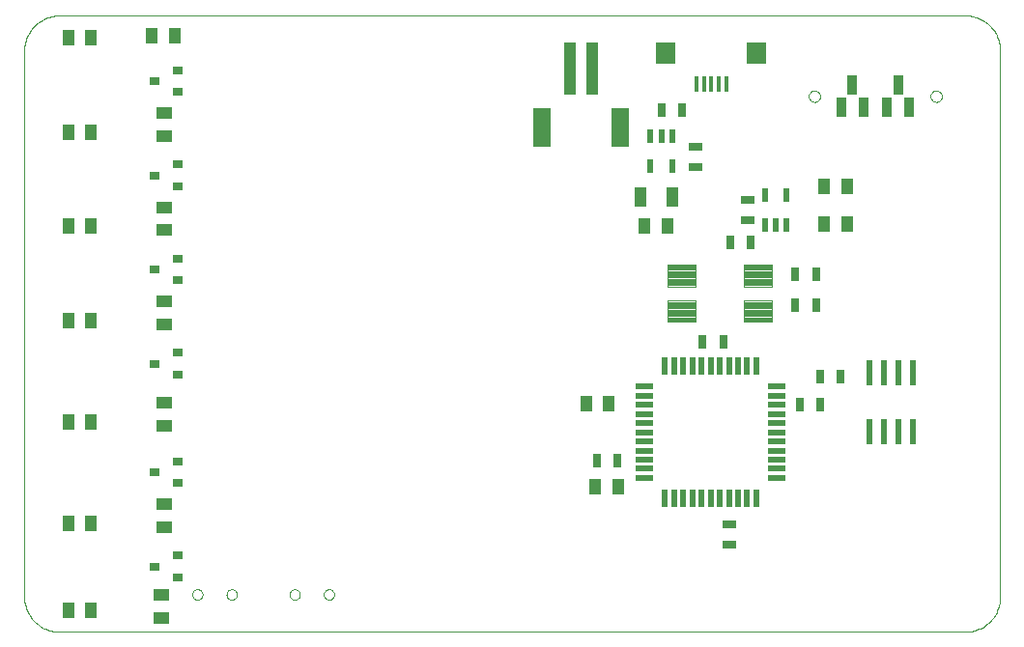
<source format=gtp>
G75*
G70*
%OFA0B0*%
%FSLAX24Y24*%
%IPPOS*%
%LPD*%
%AMOC8*
5,1,8,0,0,1.08239X$1,22.5*
%
%ADD10C,0.0001*%
%ADD11R,0.0217X0.0472*%
%ADD12R,0.0315X0.0472*%
%ADD13R,0.0472X0.0315*%
%ADD14R,0.0394X0.0709*%
%ADD15R,0.0394X0.1811*%
%ADD16R,0.0630X0.1339*%
%ADD17R,0.0433X0.0551*%
%ADD18R,0.0354X0.0315*%
%ADD19R,0.0551X0.0433*%
%ADD20C,0.0039*%
%ADD21R,0.0236X0.0866*%
%ADD22C,0.0000*%
%ADD23R,0.0591X0.0197*%
%ADD24R,0.0197X0.0591*%
%ADD25R,0.0138X0.0551*%
%ADD26R,0.0709X0.0748*%
%ADD27R,0.0354X0.0669*%
D10*
X001323Y000141D02*
X032622Y000141D01*
X032688Y000143D01*
X032754Y000148D01*
X032820Y000158D01*
X032885Y000171D01*
X032949Y000187D01*
X033012Y000207D01*
X033074Y000231D01*
X033134Y000258D01*
X033193Y000288D01*
X033250Y000322D01*
X033305Y000359D01*
X033358Y000399D01*
X033409Y000441D01*
X033457Y000487D01*
X033503Y000535D01*
X033545Y000586D01*
X033585Y000639D01*
X033622Y000694D01*
X033656Y000751D01*
X033686Y000810D01*
X033713Y000870D01*
X033737Y000932D01*
X033757Y000995D01*
X033773Y001059D01*
X033786Y001124D01*
X033796Y001190D01*
X033801Y001256D01*
X033803Y001322D01*
X033803Y020220D01*
X033801Y020286D01*
X033796Y020352D01*
X033786Y020418D01*
X033773Y020483D01*
X033757Y020547D01*
X033737Y020610D01*
X033713Y020672D01*
X033686Y020732D01*
X033656Y020791D01*
X033622Y020848D01*
X033585Y020903D01*
X033545Y020956D01*
X033503Y021007D01*
X033457Y021055D01*
X033409Y021101D01*
X033358Y021143D01*
X033305Y021183D01*
X033250Y021220D01*
X033193Y021254D01*
X033134Y021284D01*
X033074Y021311D01*
X033012Y021335D01*
X032949Y021355D01*
X032885Y021371D01*
X032820Y021384D01*
X032754Y021394D01*
X032688Y021399D01*
X032622Y021401D01*
X001323Y021401D01*
X001257Y021399D01*
X001191Y021394D01*
X001125Y021384D01*
X001060Y021371D01*
X000996Y021355D01*
X000933Y021335D01*
X000871Y021311D01*
X000811Y021284D01*
X000752Y021254D01*
X000695Y021220D01*
X000640Y021183D01*
X000587Y021143D01*
X000536Y021101D01*
X000488Y021055D01*
X000442Y021007D01*
X000400Y020956D01*
X000360Y020903D01*
X000323Y020848D01*
X000289Y020791D01*
X000259Y020732D01*
X000232Y020672D01*
X000208Y020610D01*
X000188Y020547D01*
X000172Y020483D01*
X000159Y020418D01*
X000149Y020352D01*
X000144Y020286D01*
X000142Y020220D01*
X000142Y001322D01*
X000144Y001256D01*
X000149Y001190D01*
X000159Y001124D01*
X000172Y001059D01*
X000188Y000995D01*
X000208Y000932D01*
X000232Y000870D01*
X000259Y000810D01*
X000289Y000751D01*
X000323Y000694D01*
X000360Y000639D01*
X000400Y000586D01*
X000442Y000535D01*
X000488Y000487D01*
X000536Y000441D01*
X000587Y000399D01*
X000640Y000359D01*
X000695Y000322D01*
X000752Y000288D01*
X000811Y000258D01*
X000871Y000231D01*
X000933Y000207D01*
X000996Y000187D01*
X001060Y000171D01*
X001125Y000158D01*
X001191Y000148D01*
X001257Y000143D01*
X001323Y000141D01*
D11*
X025687Y014189D03*
X026061Y014189D03*
X026435Y014189D03*
X026435Y015213D03*
X025687Y015213D03*
X022496Y016216D03*
X021748Y016216D03*
X021748Y017240D03*
X022122Y017240D03*
X022496Y017240D03*
D12*
X022835Y018131D03*
X022127Y018131D03*
X024507Y013581D03*
X025215Y013581D03*
X026747Y012461D03*
X027455Y012461D03*
X027455Y011421D03*
X026747Y011421D03*
X024255Y010141D03*
X023547Y010141D03*
X026907Y007981D03*
X027615Y007981D03*
X027597Y008933D03*
X028306Y008933D03*
X020595Y006041D03*
X019887Y006041D03*
D13*
X024461Y003855D03*
X024461Y003147D03*
X025101Y014347D03*
X025101Y015055D03*
X023291Y016167D03*
X023291Y016875D03*
D14*
X022492Y015141D03*
X021390Y015141D03*
D15*
X019740Y019573D03*
X018953Y019573D03*
D16*
X018008Y017526D03*
X020685Y017526D03*
D17*
X021547Y014141D03*
X022335Y014141D03*
X027747Y014221D03*
X028535Y014221D03*
X028535Y015501D03*
X027747Y015501D03*
X020315Y008021D03*
X019527Y008021D03*
X019847Y005141D03*
X020635Y005141D03*
X002447Y003891D03*
X001659Y003891D03*
X001659Y000891D03*
X002447Y000891D03*
X002447Y007391D03*
X001659Y007391D03*
X001659Y010891D03*
X002447Y010891D03*
X002447Y014141D03*
X001659Y014141D03*
X001659Y017391D03*
X002447Y017391D03*
X002447Y020641D03*
X001659Y020641D03*
X004535Y020704D03*
X005322Y020704D03*
D18*
X005447Y019515D03*
X004620Y019141D03*
X005447Y018767D03*
X005447Y016265D03*
X004620Y015891D03*
X005447Y015517D03*
X005447Y013015D03*
X004620Y012641D03*
X005447Y012267D03*
X005447Y009765D03*
X004620Y009391D03*
X005447Y009017D03*
X005447Y006015D03*
X005447Y005267D03*
X004620Y005641D03*
X005447Y002765D03*
X005447Y002017D03*
X004620Y002391D03*
D19*
X004854Y001410D03*
X004854Y000622D03*
X004979Y003747D03*
X004979Y004535D03*
X004979Y007247D03*
X004979Y008035D03*
X004979Y010747D03*
X004979Y011535D03*
X004979Y013997D03*
X004979Y014785D03*
X004979Y017247D03*
X004979Y018035D03*
D20*
X022320Y012806D02*
X022320Y012058D01*
X022320Y012806D02*
X023306Y012806D01*
X023306Y012058D01*
X022320Y012058D01*
X022320Y012096D02*
X023306Y012096D01*
X023306Y012134D02*
X022320Y012134D01*
X022320Y012172D02*
X023306Y012172D01*
X023306Y012210D02*
X022320Y012210D01*
X022320Y012248D02*
X023306Y012248D01*
X023306Y012286D02*
X022320Y012286D01*
X022320Y012324D02*
X023306Y012324D01*
X023306Y012362D02*
X022320Y012362D01*
X022320Y012400D02*
X023306Y012400D01*
X023306Y012438D02*
X022320Y012438D01*
X022320Y012476D02*
X023306Y012476D01*
X023306Y012514D02*
X022320Y012514D01*
X022320Y012552D02*
X023306Y012552D01*
X023306Y012590D02*
X022320Y012590D01*
X022320Y012628D02*
X023306Y012628D01*
X023306Y012666D02*
X022320Y012666D01*
X022320Y012704D02*
X023306Y012704D01*
X023306Y012742D02*
X022320Y012742D01*
X022320Y012780D02*
X023306Y012780D01*
X024957Y012806D02*
X024957Y012058D01*
X024957Y012806D02*
X025943Y012806D01*
X025943Y012058D01*
X024957Y012058D01*
X024957Y012096D02*
X025943Y012096D01*
X025943Y012134D02*
X024957Y012134D01*
X024957Y012172D02*
X025943Y012172D01*
X025943Y012210D02*
X024957Y012210D01*
X024957Y012248D02*
X025943Y012248D01*
X025943Y012286D02*
X024957Y012286D01*
X024957Y012324D02*
X025943Y012324D01*
X025943Y012362D02*
X024957Y012362D01*
X024957Y012400D02*
X025943Y012400D01*
X025943Y012438D02*
X024957Y012438D01*
X024957Y012476D02*
X025943Y012476D01*
X025943Y012514D02*
X024957Y012514D01*
X024957Y012552D02*
X025943Y012552D01*
X025943Y012590D02*
X024957Y012590D01*
X024957Y012628D02*
X025943Y012628D01*
X025943Y012666D02*
X024957Y012666D01*
X024957Y012704D02*
X025943Y012704D01*
X025943Y012742D02*
X024957Y012742D01*
X024957Y012780D02*
X025943Y012780D01*
X024957Y011585D02*
X024957Y010837D01*
X024957Y011585D02*
X025943Y011585D01*
X025943Y010837D01*
X024957Y010837D01*
X024957Y010875D02*
X025943Y010875D01*
X025943Y010913D02*
X024957Y010913D01*
X024957Y010951D02*
X025943Y010951D01*
X025943Y010989D02*
X024957Y010989D01*
X024957Y011027D02*
X025943Y011027D01*
X025943Y011065D02*
X024957Y011065D01*
X024957Y011103D02*
X025943Y011103D01*
X025943Y011141D02*
X024957Y011141D01*
X024957Y011179D02*
X025943Y011179D01*
X025943Y011217D02*
X024957Y011217D01*
X024957Y011255D02*
X025943Y011255D01*
X025943Y011293D02*
X024957Y011293D01*
X024957Y011331D02*
X025943Y011331D01*
X025943Y011369D02*
X024957Y011369D01*
X024957Y011407D02*
X025943Y011407D01*
X025943Y011445D02*
X024957Y011445D01*
X024957Y011483D02*
X025943Y011483D01*
X025943Y011521D02*
X024957Y011521D01*
X024957Y011559D02*
X025943Y011559D01*
X022320Y011585D02*
X022320Y010837D01*
X022320Y011585D02*
X023306Y011585D01*
X023306Y010837D01*
X022320Y010837D01*
X022320Y010875D02*
X023306Y010875D01*
X023306Y010913D02*
X022320Y010913D01*
X022320Y010951D02*
X023306Y010951D01*
X023306Y010989D02*
X022320Y010989D01*
X022320Y011027D02*
X023306Y011027D01*
X023306Y011065D02*
X022320Y011065D01*
X022320Y011103D02*
X023306Y011103D01*
X023306Y011141D02*
X022320Y011141D01*
X022320Y011179D02*
X023306Y011179D01*
X023306Y011217D02*
X022320Y011217D01*
X022320Y011255D02*
X023306Y011255D01*
X023306Y011293D02*
X022320Y011293D01*
X022320Y011331D02*
X023306Y011331D01*
X023306Y011369D02*
X022320Y011369D01*
X022320Y011407D02*
X023306Y011407D01*
X023306Y011445D02*
X022320Y011445D01*
X022320Y011483D02*
X023306Y011483D01*
X023306Y011521D02*
X022320Y011521D01*
X022320Y011559D02*
X023306Y011559D01*
D21*
X029311Y009085D03*
X029811Y009085D03*
X030311Y009085D03*
X030811Y009085D03*
X030811Y007037D03*
X030311Y007037D03*
X029811Y007037D03*
X029311Y007037D03*
D22*
X027204Y018621D02*
X027206Y018648D01*
X027212Y018675D01*
X027221Y018701D01*
X027234Y018725D01*
X027250Y018748D01*
X027269Y018767D01*
X027291Y018784D01*
X027315Y018798D01*
X027340Y018808D01*
X027367Y018815D01*
X027394Y018818D01*
X027422Y018817D01*
X027449Y018812D01*
X027475Y018804D01*
X027499Y018792D01*
X027522Y018776D01*
X027543Y018758D01*
X027560Y018737D01*
X027575Y018713D01*
X027586Y018688D01*
X027594Y018662D01*
X027598Y018635D01*
X027598Y018607D01*
X027594Y018580D01*
X027586Y018554D01*
X027575Y018529D01*
X027560Y018505D01*
X027543Y018484D01*
X027522Y018466D01*
X027500Y018450D01*
X027475Y018438D01*
X027449Y018430D01*
X027422Y018425D01*
X027394Y018424D01*
X027367Y018427D01*
X027340Y018434D01*
X027315Y018444D01*
X027291Y018458D01*
X027269Y018475D01*
X027250Y018494D01*
X027234Y018517D01*
X027221Y018541D01*
X027212Y018567D01*
X027206Y018594D01*
X027204Y018621D01*
X031404Y018621D02*
X031406Y018648D01*
X031412Y018675D01*
X031421Y018701D01*
X031434Y018725D01*
X031450Y018748D01*
X031469Y018767D01*
X031491Y018784D01*
X031515Y018798D01*
X031540Y018808D01*
X031567Y018815D01*
X031594Y018818D01*
X031622Y018817D01*
X031649Y018812D01*
X031675Y018804D01*
X031699Y018792D01*
X031722Y018776D01*
X031743Y018758D01*
X031760Y018737D01*
X031775Y018713D01*
X031786Y018688D01*
X031794Y018662D01*
X031798Y018635D01*
X031798Y018607D01*
X031794Y018580D01*
X031786Y018554D01*
X031775Y018529D01*
X031760Y018505D01*
X031743Y018484D01*
X031722Y018466D01*
X031700Y018450D01*
X031675Y018438D01*
X031649Y018430D01*
X031622Y018425D01*
X031594Y018424D01*
X031567Y018427D01*
X031540Y018434D01*
X031515Y018444D01*
X031491Y018458D01*
X031469Y018475D01*
X031450Y018494D01*
X031434Y018517D01*
X031421Y018541D01*
X031412Y018567D01*
X031406Y018594D01*
X031404Y018621D01*
X010475Y001421D02*
X010477Y001447D01*
X010483Y001473D01*
X010493Y001498D01*
X010506Y001521D01*
X010522Y001541D01*
X010542Y001559D01*
X010564Y001574D01*
X010587Y001586D01*
X010613Y001594D01*
X010639Y001598D01*
X010665Y001598D01*
X010691Y001594D01*
X010717Y001586D01*
X010741Y001574D01*
X010762Y001559D01*
X010782Y001541D01*
X010798Y001521D01*
X010811Y001498D01*
X010821Y001473D01*
X010827Y001447D01*
X010829Y001421D01*
X010827Y001395D01*
X010821Y001369D01*
X010811Y001344D01*
X010798Y001321D01*
X010782Y001301D01*
X010762Y001283D01*
X010740Y001268D01*
X010717Y001256D01*
X010691Y001248D01*
X010665Y001244D01*
X010639Y001244D01*
X010613Y001248D01*
X010587Y001256D01*
X010563Y001268D01*
X010542Y001283D01*
X010522Y001301D01*
X010506Y001321D01*
X010493Y001344D01*
X010483Y001369D01*
X010477Y001395D01*
X010475Y001421D01*
X009294Y001421D02*
X009296Y001447D01*
X009302Y001473D01*
X009312Y001498D01*
X009325Y001521D01*
X009341Y001541D01*
X009361Y001559D01*
X009383Y001574D01*
X009406Y001586D01*
X009432Y001594D01*
X009458Y001598D01*
X009484Y001598D01*
X009510Y001594D01*
X009536Y001586D01*
X009560Y001574D01*
X009581Y001559D01*
X009601Y001541D01*
X009617Y001521D01*
X009630Y001498D01*
X009640Y001473D01*
X009646Y001447D01*
X009648Y001421D01*
X009646Y001395D01*
X009640Y001369D01*
X009630Y001344D01*
X009617Y001321D01*
X009601Y001301D01*
X009581Y001283D01*
X009559Y001268D01*
X009536Y001256D01*
X009510Y001248D01*
X009484Y001244D01*
X009458Y001244D01*
X009432Y001248D01*
X009406Y001256D01*
X009382Y001268D01*
X009361Y001283D01*
X009341Y001301D01*
X009325Y001321D01*
X009312Y001344D01*
X009302Y001369D01*
X009296Y001395D01*
X009294Y001421D01*
X007115Y001421D02*
X007117Y001447D01*
X007123Y001473D01*
X007133Y001498D01*
X007146Y001521D01*
X007162Y001541D01*
X007182Y001559D01*
X007204Y001574D01*
X007227Y001586D01*
X007253Y001594D01*
X007279Y001598D01*
X007305Y001598D01*
X007331Y001594D01*
X007357Y001586D01*
X007381Y001574D01*
X007402Y001559D01*
X007422Y001541D01*
X007438Y001521D01*
X007451Y001498D01*
X007461Y001473D01*
X007467Y001447D01*
X007469Y001421D01*
X007467Y001395D01*
X007461Y001369D01*
X007451Y001344D01*
X007438Y001321D01*
X007422Y001301D01*
X007402Y001283D01*
X007380Y001268D01*
X007357Y001256D01*
X007331Y001248D01*
X007305Y001244D01*
X007279Y001244D01*
X007253Y001248D01*
X007227Y001256D01*
X007203Y001268D01*
X007182Y001283D01*
X007162Y001301D01*
X007146Y001321D01*
X007133Y001344D01*
X007123Y001369D01*
X007117Y001395D01*
X007115Y001421D01*
X005934Y001421D02*
X005936Y001447D01*
X005942Y001473D01*
X005952Y001498D01*
X005965Y001521D01*
X005981Y001541D01*
X006001Y001559D01*
X006023Y001574D01*
X006046Y001586D01*
X006072Y001594D01*
X006098Y001598D01*
X006124Y001598D01*
X006150Y001594D01*
X006176Y001586D01*
X006200Y001574D01*
X006221Y001559D01*
X006241Y001541D01*
X006257Y001521D01*
X006270Y001498D01*
X006280Y001473D01*
X006286Y001447D01*
X006288Y001421D01*
X006286Y001395D01*
X006280Y001369D01*
X006270Y001344D01*
X006257Y001321D01*
X006241Y001301D01*
X006221Y001283D01*
X006199Y001268D01*
X006176Y001256D01*
X006150Y001248D01*
X006124Y001244D01*
X006098Y001244D01*
X006072Y001248D01*
X006046Y001256D01*
X006022Y001268D01*
X006001Y001283D01*
X005981Y001301D01*
X005965Y001321D01*
X005952Y001344D01*
X005942Y001369D01*
X005936Y001395D01*
X005934Y001421D01*
D23*
X021538Y005446D03*
X021538Y005761D03*
X021538Y006076D03*
X021538Y006391D03*
X021538Y006706D03*
X021538Y007021D03*
X021538Y007336D03*
X021538Y007651D03*
X021538Y007966D03*
X021538Y008281D03*
X021538Y008596D03*
X026105Y008596D03*
X026105Y008281D03*
X026105Y007966D03*
X026105Y007651D03*
X026105Y007336D03*
X026105Y007021D03*
X026105Y006706D03*
X026105Y006391D03*
X026105Y006076D03*
X026105Y005761D03*
X026105Y005446D03*
D24*
X025396Y004738D03*
X025081Y004738D03*
X024766Y004738D03*
X024451Y004738D03*
X024136Y004738D03*
X023821Y004738D03*
X023506Y004738D03*
X023191Y004738D03*
X022876Y004738D03*
X022561Y004738D03*
X022246Y004738D03*
X022246Y009305D03*
X022561Y009305D03*
X022876Y009305D03*
X023191Y009305D03*
X023506Y009305D03*
X023821Y009305D03*
X024136Y009305D03*
X024451Y009305D03*
X024766Y009305D03*
X025081Y009305D03*
X025396Y009305D03*
D25*
X024353Y019058D03*
X024097Y019058D03*
X023841Y019058D03*
X023585Y019058D03*
X023329Y019058D03*
D26*
X022266Y020101D03*
X025416Y020101D03*
D27*
X028320Y018227D03*
X029107Y018227D03*
X029895Y018227D03*
X030682Y018227D03*
X030289Y019015D03*
X028714Y019015D03*
M02*

</source>
